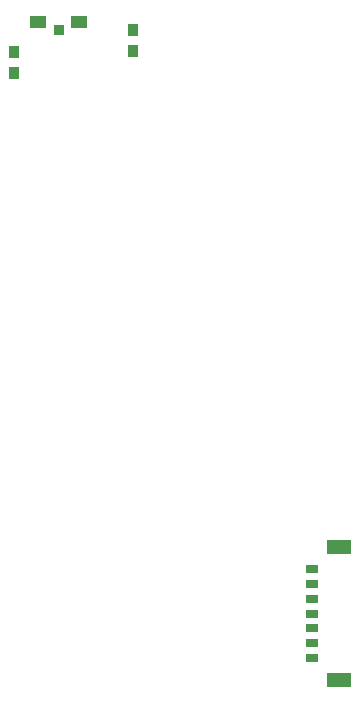
<source format=gbr>
G04 DesignSpark PCB PRO Gerber Version 10.0 Build 5299*
G04 #@! TF.Part,Single*
G04 #@! TF.FileFunction,Paste,Top*
G04 #@! TF.FilePolarity,Positive*
%FSLAX35Y35*%
%MOIN*%
G04 #@! TA.AperFunction,SMDPad,CuDef*
%ADD15R,0.03543X0.03898*%
%ADD12R,0.03189X0.03189*%
%ADD142R,0.04409X0.02835*%
%ADD11R,0.05472X0.03898*%
%ADD143R,0.07953X0.04606*%
G04 #@! TD.AperFunction*
X0Y0D02*
D02*
D11*
X135236Y261220D03*
X149016D03*
D02*
D12*
X142126Y258661D03*
D02*
D15*
X127165Y244531D03*
Y251531D03*
X166929Y251618D03*
Y258618D03*
D02*
D142*
X226378Y49409D03*
Y54331D03*
Y59252D03*
Y64173D03*
Y69094D03*
Y74016D03*
Y78937D03*
D02*
D143*
X235413Y41929D03*
Y86417D03*
X0Y0D02*
M02*

</source>
